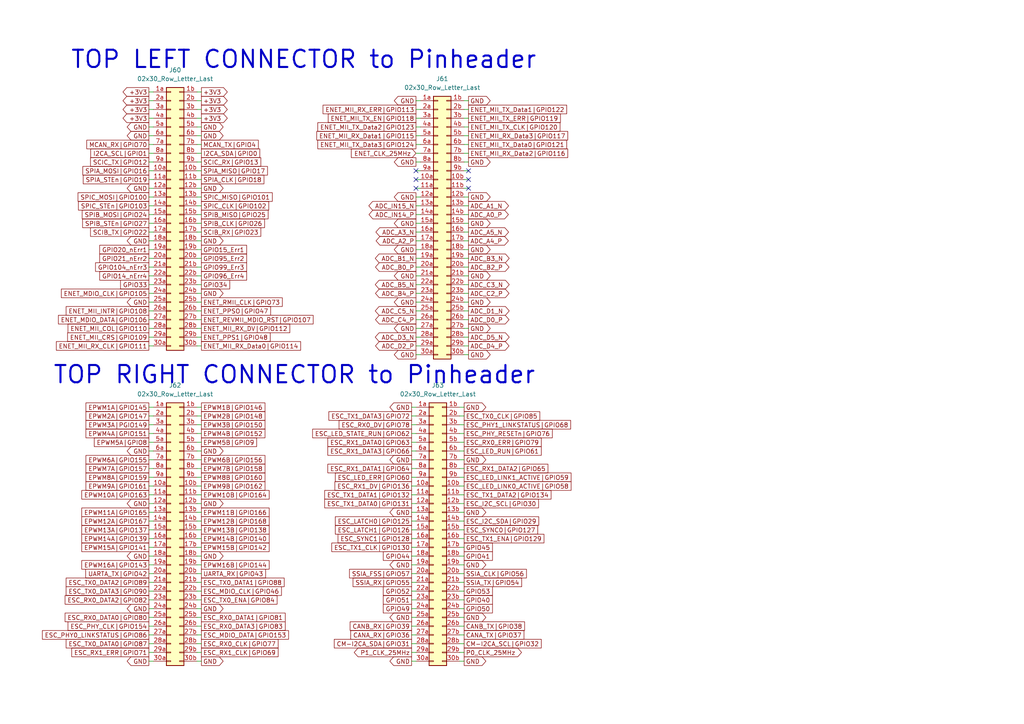
<source format=kicad_sch>
(kicad_sch (version 20231120) (generator "eeschema") (generator_version "8.0")
  (paper "A4")
  (title_block (title "LCB-CBD-01: Dock") (date "2024-06-25") (rev "1.2.0") (company "PADERBORN UNIVERSITY DEPARTMENT OF POWER ELECTRONICS AND ELECTRICAL DRIVES"))
  (lib_symbols
    (symbol "LEA_SymbolLibrary:Conn_02x30_Row_Letter_Last" (pin_names (offset 1.016) hide)
      (property "Reference" "J" (at 1.27 38.1 0))
      (property "Value" "02x30_Row_Letter_Last" (at 1.27 -40.64 0))
      (symbol "Conn_02x30_Row_Letter_Last_1_1"
        (pin passive line (at -5.08 12.7 0) (length 3.81) (name "Pin_10a") (number "10a"))
        (pin passive line (at 7.62 12.7 180) (length 3.81) (name "Pin_10b") (number "10b"))
        (pin passive line (at -5.08 10.16 0) (length 3.81) (name "Pin_11a") (number "11a"))
        (pin passive line (at 7.62 10.16 180) (length 3.81) (name "Pin_11b") (number "11b"))
        (pin passive line (at -5.08 7.62 0) (length 3.81) (name "Pin_12a") (number "12a"))
        (pin passive line (at 7.62 7.62 180) (length 3.81) (name "Pin_12b") (number "12b"))
        (pin passive line (at -5.08 5.08 0) (length 3.81) (name "Pin_13a") (number "13a"))
        (pin passive line (at 7.62 5.08 180) (length 3.81) (name "Pin_13b") (number "13b"))
        (pin passive line (at -5.08 2.54 0) (length 3.81) (name "Pin_14a") (number "14a"))
        (pin passive line (at 7.62 2.54 180) (length 3.81) (name "Pin_14b") (number "14b"))
        (pin passive line (at -5.08 0 0) (length 3.81) (name "Pin_15a") (number "15a"))
        (pin passive line (at 7.62 0 180) (length 3.81) (name "Pin_15b") (number "15b"))
        (pin passive line (at -5.08 -2.54 0) (length 3.81) (name "Pin_16a") (number "16a"))
        (pin passive line (at 7.62 -2.54 180) (length 3.81) (name "Pin_16b") (number "16b"))
        (pin passive line (at -5.08 -5.08 0) (length 3.81) (name "Pin_17a") (number "17a"))
        (pin passive line (at 7.62 -5.08 180) (length 3.81) (name "Pin_17b") (number "17b"))
        (pin passive line (at -5.08 -7.62 0) (length 3.81) (name "Pin_18a") (number "18a"))
        (pin passive line (at 7.62 -7.62 180) (length 3.81) (name "Pin_18b") (number "18b"))
        (pin passive line (at -5.08 -10.16 0) (length 3.81) (name "Pin_19a") (number "19a"))
        (pin passive line (at 7.62 -10.16 180) (length 3.81) (name "Pin_19b") (number "19b"))
        (pin passive line (at -5.08 35.56 0) (length 3.81) (name "Pin_1a") (number "1a"))
        (pin passive line (at 7.62 35.56 180) (length 3.81) (name "Pin_1b") (number "1b"))
        (pin passive line (at -5.08 -12.7 0) (length 3.81) (name "Pin_20a") (number "20a"))
        (pin passive line (at 7.62 -12.7 180) (length 3.81) (name "Pin_20b") (number "20b"))
        (pin passive line (at -5.08 -15.24 0) (length 3.81) (name "Pin_21a") (number "21a"))
        (pin passive line (at 7.62 -15.24 180) (length 3.81) (name "Pin_21b") (number "21b"))
        (pin passive line (at -5.08 -17.78 0) (length 3.81) (name "Pin_22a") (number "22a"))
        (pin passive line (at 7.62 -17.78 180) (length 3.81) (name "Pin_22b") (number "22b"))
        (pin passive line (at -5.08 -20.32 0) (length 3.81) (name "Pin_23a") (number "23a"))
        (pin passive line (at 7.62 -20.32 180) (length 3.81) (name "Pin_23b") (number "23b"))
        (pin passive line (at -5.08 -22.86 0) (length 3.81) (name "Pin_24a") (number "24a"))
        (pin passive line (at 7.62 -22.86 180) (length 3.81) (name "Pin_24b") (number "24b"))
        (pin passive line (at -5.08 -25.4 0) (length 3.81) (name "Pin_25a") (number "25a"))
        (pin passive line (at 7.62 -25.4 180) (length 3.81) (name "Pin_25b") (number "25b"))
        (pin passive line (at -5.08 -27.94 0) (length 3.81) (name "Pin_26a") (number "26a"))
        (pin passive line (at 7.62 -27.94 180) (length 3.81) (name "Pin_26b") (number "26b"))
        (pin passive line (at -5.08 -30.48 0) (length 3.81) (name "Pin_27a") (number "27a"))
        (pin passive line (at 7.62 -30.48 180) (length 3.81) (name "Pin_27b") (number "27b"))
        (pin passive line (at -5.08 -33.02 0) (length 3.81) (name "Pin_28a") (number "28a"))
        (pin passive line (at 7.62 -33.02 180) (length 3.81) (name "Pin_28b") (number "28b"))
        (pin passive line (at -5.08 -35.56 0) (length 3.81) (name "Pin_29a") (number "29a"))
        (pin passive line (at 7.62 -35.56 180) (length 3.81) (name "Pin_29b") (number "29b"))
        (pin passive line (at -5.08 33.02 0) (length 3.81) (name "Pin_2a") (number "2a"))
        (pin passive line (at 7.62 33.02 180) (length 3.81) (name "Pin_2b") (number "2b"))
        (pin passive line (at -5.08 -38.1 0) (length 3.81) (name "Pin_30a") (number "30a"))
        (pin passive line (at 7.62 -38.1 180) (length 3.81) (name "Pin_30b") (number "30b"))
        (pin passive line (at -5.08 30.48 0) (length 3.81) (name "Pin_3a") (number "3a"))
        (pin passive line (at 7.62 30.48 180) (length 3.81) (name "Pin_3b") (number "3b"))
        (pin passive line (at -5.08 27.94 0) (length 3.81) (name "Pin_4a") (number "4a"))
        (pin passive line (at 7.62 27.94 180) (length 3.81) (name "Pin_4b") (number "4b"))
        (pin passive line (at -5.08 25.4 0) (length 3.81) (name "Pin_5a") (number "5a"))
        (pin passive line (at 7.62 25.4 180) (length 3.81) (name "Pin_5b") (number "5b"))
        (pin passive line (at -5.08 22.86 0) (length 3.81) (name "Pin_6a") (number "6a"))
        (pin passive line (at 7.62 22.86 180) (length 3.81) (name "Pin_6b") (number "6b"))
        (pin passive line (at -5.08 20.32 0) (length 3.81) (name "Pin_7a") (number "7a"))
        (pin passive line (at 7.62 20.32 180) (length 3.81) (name "Pin_7b") (number "7b"))
        (pin passive line (at -5.08 17.78 0) (length 3.81) (name "Pin_8a") (number "8a"))
        (pin passive line (at 7.62 17.78 180) (length 3.81) (name "Pin_8b") (number "8b"))
        (pin passive line (at -5.08 15.24 0) (length 3.81) (name "Pin_9a") (number "9a"))
        (pin passive line (at 7.62 15.24 180) (length 3.81) (name "Pin_9b") (number "9b"))
      )
    )
  )
  (no_connect (at 135.89 54.61))
  (no_connect (at 120.65 54.61))
  (no_connect (at 120.65 49.53))
  (no_connect (at 135.89 52.07))
  (no_connect (at 135.89 49.53))
  (no_connect (at 120.65 52.07))
  (wire (pts (xy 133.35 191.77) (xy 134.62 191.77)))
  (wire (pts (xy 134.62 31.75) (xy 135.89 31.75)))
  (wire (pts (xy 43.18 49.53) (xy 44.45 49.53)))
  (wire (pts (xy 119.38 153.67) (xy 120.65 153.67)))
  (wire (pts (xy 120.65 100.33) (xy 121.92 100.33)))
  (wire (pts (xy 43.18 166.37) (xy 44.45 166.37)))
  (wire (pts (xy 57.15 49.53) (xy 58.42 49.53)))
  (wire (pts (xy 134.62 54.61) (xy 135.89 54.61)))
  (wire (pts (xy 134.62 90.17) (xy 135.89 90.17)))
  (wire (pts (xy 57.15 151.13) (xy 58.42 151.13)))
  (wire (pts (xy 57.15 85.09) (xy 58.42 85.09)))
  (wire (pts (xy 119.38 179.07) (xy 120.65 179.07)))
  (wire (pts (xy 57.15 92.71) (xy 58.42 92.71)))
  (wire (pts (xy 43.18 184.15) (xy 44.45 184.15)))
  (wire (pts (xy 57.15 186.69) (xy 58.42 186.69)))
  (wire (pts (xy 119.38 176.53) (xy 120.65 176.53)))
  (wire (pts (xy 57.15 36.83) (xy 58.42 36.83)))
  (wire (pts (xy 120.65 46.99) (xy 121.92 46.99)))
  (wire (pts (xy 133.35 123.19) (xy 134.62 123.19)))
  (wire (pts (xy 57.15 29.21) (xy 58.42 29.21)))
  (wire (pts (xy 120.65 87.63) (xy 121.92 87.63)))
  (wire (pts (xy 43.18 59.69) (xy 44.45 59.69)))
  (wire (pts (xy 134.62 97.79) (xy 135.89 97.79)))
  (wire (pts (xy 120.65 44.45) (xy 121.92 44.45)))
  (wire (pts (xy 43.18 146.05) (xy 44.45 146.05)))
  (wire (pts (xy 119.38 135.89) (xy 120.65 135.89)))
  (wire (pts (xy 134.62 46.99) (xy 135.89 46.99)))
  (wire (pts (xy 134.62 92.71) (xy 135.89 92.71)))
  (wire (pts (xy 58.42 87.63) (xy 57.15 87.63)))
  (wire (pts (xy 120.65 36.83) (xy 121.92 36.83)))
  (wire (pts (xy 134.62 62.23) (xy 135.89 62.23)))
  (wire (pts (xy 43.18 186.69) (xy 44.45 186.69)))
  (wire (pts (xy 57.15 143.51) (xy 58.42 143.51)))
  (wire (pts (xy 43.18 168.91) (xy 44.45 168.91)))
  (wire (pts (xy 43.18 41.91) (xy 44.45 41.91)))
  (wire (pts (xy 57.15 191.77) (xy 58.42 191.77)))
  (wire (pts (xy 57.15 54.61) (xy 58.42 54.61)))
  (wire (pts (xy 57.15 26.67) (xy 58.42 26.67)))
  (wire (pts (xy 57.15 120.65) (xy 58.42 120.65)))
  (wire (pts (xy 133.35 125.73) (xy 134.62 125.73)))
  (wire (pts (xy 134.62 57.15) (xy 135.89 57.15)))
  (wire (pts (xy 57.15 59.69) (xy 58.42 59.69)))
  (wire (pts (xy 43.18 151.13) (xy 44.45 151.13)))
  (wire (pts (xy 43.18 72.39) (xy 44.45 72.39)))
  (wire (pts (xy 119.38 140.97) (xy 120.65 140.97)))
  (wire (pts (xy 134.62 49.53) (xy 135.89 49.53)))
  (wire (pts (xy 133.35 189.23) (xy 134.62 189.23)))
  (wire (pts (xy 133.35 168.91) (xy 134.62 168.91)))
  (wire (pts (xy 57.15 52.07) (xy 58.42 52.07)))
  (wire (pts (xy 133.35 120.65) (xy 134.62 120.65)))
  (wire (pts (xy 57.15 90.17) (xy 58.42 90.17)))
  (wire (pts (xy 57.15 67.31) (xy 58.42 67.31)))
  (wire (pts (xy 121.92 52.07) (xy 120.65 52.07)))
  (wire (pts (xy 119.38 130.81) (xy 120.65 130.81)))
  (wire (pts (xy 57.15 163.83) (xy 58.42 163.83)))
  (wire (pts (xy 133.35 148.59) (xy 134.62 148.59)))
  (wire (pts (xy 133.35 156.21) (xy 134.62 156.21)))
  (wire (pts (xy 57.15 46.99) (xy 58.42 46.99)))
  (wire (pts (xy 43.18 153.67) (xy 44.45 153.67)))
  (wire (pts (xy 119.38 151.13) (xy 120.65 151.13)))
  (wire (pts (xy 134.62 52.07) (xy 135.89 52.07)))
  (wire (pts (xy 43.18 118.11) (xy 44.45 118.11)))
  (wire (pts (xy 43.18 90.17) (xy 44.45 90.17)))
  (wire (pts (xy 119.38 146.05) (xy 120.65 146.05)))
  (wire (pts (xy 120.65 34.29) (xy 121.92 34.29)))
  (wire (pts (xy 43.18 67.31) (xy 44.45 67.31)))
  (wire (pts (xy 43.18 161.29) (xy 44.45 161.29)))
  (wire (pts (xy 134.62 67.31) (xy 135.89 67.31)))
  (wire (pts (xy 120.65 64.77) (xy 121.92 64.77)))
  (wire (pts (xy 119.38 163.83) (xy 120.65 163.83)))
  (wire (pts (xy 43.18 179.07) (xy 44.45 179.07)))
  (wire (pts (xy 120.65 85.09) (xy 121.92 85.09)))
  (wire (pts (xy 133.35 171.45) (xy 134.62 171.45)))
  (wire (pts (xy 43.18 125.73) (xy 44.45 125.73)))
  (wire (pts (xy 43.18 97.79) (xy 44.45 97.79)))
  (wire (pts (xy 43.18 82.55) (xy 44.45 82.55)))
  (wire (pts (xy 133.35 184.15) (xy 134.62 184.15)))
  (wire (pts (xy 133.35 179.07) (xy 134.62 179.07)))
  (wire (pts (xy 119.38 184.15) (xy 120.65 184.15)))
  (wire (pts (xy 43.18 57.15) (xy 44.45 57.15)))
  (wire (pts (xy 43.18 46.99) (xy 44.45 46.99)))
  (wire (pts (xy 57.15 100.33) (xy 58.42 100.33)))
  (wire (pts (xy 133.35 140.97) (xy 134.62 140.97)))
  (wire (pts (xy 134.62 64.77) (xy 135.89 64.77)))
  (wire (pts (xy 120.65 54.61) (xy 121.92 54.61)))
  (wire (pts (xy 57.15 125.73) (xy 58.42 125.73)))
  (wire (pts (xy 57.15 133.35) (xy 58.42 133.35)))
  (wire (pts (xy 43.18 163.83) (xy 44.45 163.83)))
  (wire (pts (xy 119.38 161.29) (xy 120.65 161.29)))
  (wire (pts (xy 119.38 166.37) (xy 120.65 166.37)))
  (wire (pts (xy 133.35 158.75) (xy 134.62 158.75)))
  (wire (pts (xy 120.65 39.37) (xy 121.92 39.37)))
  (wire (pts (xy 43.18 44.45) (xy 44.45 44.45)))
  (wire (pts (xy 43.18 171.45) (xy 44.45 171.45)))
  (wire (pts (xy 43.18 156.21) (xy 44.45 156.21)))
  (wire (pts (xy 120.65 67.31) (xy 121.92 67.31)))
  (wire (pts (xy 133.35 135.89) (xy 134.62 135.89)))
  (wire (pts (xy 119.38 171.45) (xy 120.65 171.45)))
  (wire (pts (xy 57.15 140.97) (xy 58.42 140.97)))
  (wire (pts (xy 133.35 186.69) (xy 134.62 186.69)))
  (wire (pts (xy 57.15 69.85) (xy 58.42 69.85)))
  (wire (pts (xy 133.35 153.67) (xy 134.62 153.67)))
  (wire (pts (xy 57.15 39.37) (xy 58.42 39.37)))
  (wire (pts (xy 120.65 59.69) (xy 121.92 59.69)))
  (wire (pts (xy 119.38 118.11) (xy 120.65 118.11)))
  (wire (pts (xy 133.35 173.99) (xy 134.62 173.99)))
  (wire (pts (xy 133.35 146.05) (xy 134.62 146.05)))
  (wire (pts (xy 43.18 74.93) (xy 44.45 74.93)))
  (wire (pts (xy 43.18 39.37) (xy 44.45 39.37)))
  (wire (pts (xy 119.38 148.59) (xy 120.65 148.59)))
  (wire (pts (xy 134.62 39.37) (xy 135.89 39.37)))
  (wire (pts (xy 57.15 44.45) (xy 58.42 44.45)))
  (wire (pts (xy 43.18 143.51) (xy 44.45 143.51)))
  (wire (pts (xy 134.62 87.63) (xy 135.89 87.63)))
  (wire (pts (xy 57.15 181.61) (xy 58.42 181.61)))
  (wire (pts (xy 57.15 64.77) (xy 58.42 64.77)))
  (wire (pts (xy 57.15 171.45) (xy 58.42 171.45)))
  (wire (pts (xy 43.18 26.67) (xy 44.45 26.67)))
  (wire (pts (xy 57.15 153.67) (xy 58.42 153.67)))
  (wire (pts (xy 43.18 189.23) (xy 44.45 189.23)))
  (wire (pts (xy 133.35 161.29) (xy 134.62 161.29)))
  (wire (pts (xy 57.15 77.47) (xy 58.42 77.47)))
  (wire (pts (xy 57.15 128.27) (xy 58.42 128.27)))
  (wire (pts (xy 119.38 120.65) (xy 120.65 120.65)))
  (wire (pts (xy 57.15 80.01) (xy 58.42 80.01)))
  (wire (pts (xy 43.18 158.75) (xy 44.45 158.75)))
  (wire (pts (xy 134.62 34.29) (xy 135.89 34.29)))
  (wire (pts (xy 119.38 181.61) (xy 120.65 181.61)))
  (wire (pts (xy 119.38 191.77) (xy 120.65 191.77)))
  (wire (pts (xy 120.65 69.85) (xy 121.92 69.85)))
  (wire (pts (xy 120.65 62.23) (xy 121.92 62.23)))
  (wire (pts (xy 43.18 31.75) (xy 44.45 31.75)))
  (wire (pts (xy 133.35 118.11) (xy 134.62 118.11)))
  (wire (pts (xy 133.35 176.53) (xy 134.62 176.53)))
  (wire (pts (xy 119.38 143.51) (xy 120.65 143.51)))
  (wire (pts (xy 43.18 176.53) (xy 44.45 176.53)))
  (wire (pts (xy 119.38 158.75) (xy 120.65 158.75)))
  (wire (pts (xy 57.15 74.93) (xy 58.42 74.93)))
  (wire (pts (xy 43.18 135.89) (xy 44.45 135.89)))
  (wire (pts (xy 57.15 168.91) (xy 58.42 168.91)))
  (wire (pts (xy 43.18 95.25) (xy 44.45 95.25)))
  (wire (pts (xy 119.38 125.73) (xy 120.65 125.73)))
  (wire (pts (xy 120.65 49.53) (xy 121.92 49.53)))
  (wire (pts (xy 57.15 135.89) (xy 58.42 135.89)))
  (wire (pts (xy 134.62 85.09) (xy 135.89 85.09)))
  (wire (pts (xy 57.15 95.25) (xy 58.42 95.25)))
  (wire (pts (xy 119.38 168.91) (xy 120.65 168.91)))
  (wire (pts (xy 133.35 181.61) (xy 134.62 181.61)))
  (wire (pts (xy 133.35 163.83) (xy 134.62 163.83)))
  (wire (pts (xy 57.15 146.05) (xy 58.42 146.05)))
  (wire (pts (xy 57.15 82.55) (xy 58.42 82.55)))
  (wire (pts (xy 57.15 158.75) (xy 58.42 158.75)))
  (wire (pts (xy 57.15 161.29) (xy 58.42 161.29)))
  (wire (pts (xy 57.15 173.99) (xy 58.42 173.99)))
  (wire (pts (xy 43.18 52.07) (xy 44.45 52.07)))
  (wire (pts (xy 43.18 85.09) (xy 44.45 85.09)))
  (wire (pts (xy 43.18 191.77) (xy 44.45 191.77)))
  (wire (pts (xy 134.62 82.55) (xy 135.89 82.55)))
  (wire (pts (xy 119.38 128.27) (xy 120.65 128.27)))
  (wire (pts (xy 120.65 90.17) (xy 121.92 90.17)))
  (wire (pts (xy 133.35 143.51) (xy 134.62 143.51)))
  (wire (pts (xy 57.15 156.21) (xy 58.42 156.21)))
  (wire (pts (xy 57.15 184.15) (xy 58.42 184.15)))
  (wire (pts (xy 43.18 77.47) (xy 44.45 77.47)))
  (wire (pts (xy 119.38 186.69) (xy 120.65 186.69)))
  (wire (pts (xy 119.38 173.99) (xy 120.65 173.99)))
  (wire (pts (xy 57.15 176.53) (xy 58.42 176.53)))
  (wire (pts (xy 133.35 151.13) (xy 134.62 151.13)))
  (wire (pts (xy 120.65 82.55) (xy 121.92 82.55)))
  (wire (pts (xy 43.18 123.19) (xy 44.45 123.19)))
  (wire (pts (xy 43.18 62.23) (xy 44.45 62.23)))
  (wire (pts (xy 43.18 36.83) (xy 44.45 36.83)))
  (wire (pts (xy 133.35 130.81) (xy 134.62 130.81)))
  (wire (pts (xy 134.62 80.01) (xy 135.89 80.01)))
  (wire (pts (xy 134.62 59.69) (xy 135.89 59.69)))
  (wire (pts (xy 57.15 166.37) (xy 58.42 166.37)))
  (wire (pts (xy 43.18 69.85) (xy 44.45 69.85)))
  (wire (pts (xy 133.35 166.37) (xy 134.62 166.37)))
  (wire (pts (xy 43.18 80.01) (xy 44.45 80.01)))
  (wire (pts (xy 120.65 29.21) (xy 121.92 29.21)))
  (wire (pts (xy 120.65 102.87) (xy 121.92 102.87)))
  (wire (pts (xy 43.18 181.61) (xy 44.45 181.61)))
  (wire (pts (xy 43.18 140.97) (xy 44.45 140.97)))
  (wire (pts (xy 43.18 29.21) (xy 44.45 29.21)))
  (wire (pts (xy 43.18 128.27) (xy 44.45 128.27)))
  (wire (pts (xy 120.65 95.25) (xy 121.92 95.25)))
  (wire (pts (xy 120.65 77.47) (xy 121.92 77.47)))
  (wire (pts (xy 57.15 62.23) (xy 58.42 62.23)))
  (wire (pts (xy 57.15 72.39) (xy 58.42 72.39)))
  (wire (pts (xy 134.62 95.25) (xy 135.89 95.25)))
  (wire (pts (xy 134.62 100.33) (xy 135.89 100.33)))
  (wire (pts (xy 57.15 138.43) (xy 58.42 138.43)))
  (wire (pts (xy 57.15 34.29) (xy 58.42 34.29)))
  (wire (pts (xy 119.38 138.43) (xy 120.65 138.43)))
  (wire (pts (xy 120.65 74.93) (xy 121.92 74.93)))
  (wire (pts (xy 57.15 57.15) (xy 58.42 57.15)))
  (wire (pts (xy 119.38 156.21) (xy 120.65 156.21)))
  (wire (pts (xy 43.18 87.63) (xy 44.45 87.63)))
  (wire (pts (xy 43.18 54.61) (xy 44.45 54.61)))
  (wire (pts (xy 57.15 148.59) (xy 58.42 148.59)))
  (wire (pts (xy 134.62 44.45) (xy 135.89 44.45)))
  (wire (pts (xy 57.15 179.07) (xy 58.42 179.07)))
  (wire (pts (xy 134.62 102.87) (xy 135.89 102.87)))
  (wire (pts (xy 57.15 123.19) (xy 58.42 123.19)))
  (wire (pts (xy 134.62 69.85) (xy 135.89 69.85)))
  (wire (pts (xy 43.18 148.59) (xy 44.45 148.59)))
  (wire (pts (xy 57.15 189.23) (xy 58.42 189.23)))
  (wire (pts (xy 120.65 92.71) (xy 121.92 92.71)))
  (wire (pts (xy 120.65 80.01) (xy 121.92 80.01)))
  (wire (pts (xy 120.65 57.15) (xy 121.92 57.15)))
  (wire (pts (xy 43.18 133.35) (xy 44.45 133.35)))
  (wire (pts (xy 43.18 100.33) (xy 44.45 100.33)))
  (wire (pts (xy 119.38 123.19) (xy 120.65 123.19)))
  (wire (pts (xy 57.15 41.91) (xy 58.42 41.91)))
  (wire (pts (xy 43.18 130.81) (xy 44.45 130.81)))
  (wire (pts (xy 120.65 72.39) (xy 121.92 72.39)))
  (wire (pts (xy 120.65 31.75) (xy 121.92 31.75)))
  (wire (pts (xy 134.62 74.93) (xy 135.89 74.93)))
  (wire (pts (xy 133.35 128.27) (xy 134.62 128.27)))
  (wire (pts (xy 43.18 138.43) (xy 44.45 138.43)))
  (wire (pts (xy 133.35 138.43) (xy 134.62 138.43)))
  (wire (pts (xy 43.18 173.99) (xy 44.45 173.99)))
  (wire (pts (xy 57.15 31.75) (xy 58.42 31.75)))
  (wire (pts (xy 57.15 118.11) (xy 58.42 118.11)))
  (wire (pts (xy 134.62 36.83) (xy 135.89 36.83)))
  (wire (pts (xy 43.18 34.29) (xy 44.45 34.29)))
  (wire (pts (xy 57.15 130.81) (xy 58.42 130.81)))
  (wire (pts (xy 43.18 120.65) (xy 44.45 120.65)))
  (wire (pts (xy 119.38 133.35) (xy 120.65 133.35)))
  (wire (pts (xy 120.65 97.79) (xy 121.92 97.79)))
  (wire (pts (xy 134.62 29.21) (xy 135.89 29.21)))
  (wire (pts (xy 134.62 41.91) (xy 135.89 41.91)))
  (wire (pts (xy 120.65 41.91) (xy 121.92 41.91)))
  (wire (pts (xy 134.62 77.47) (xy 135.89 77.47)))
  (wire (pts (xy 43.18 92.71) (xy 44.45 92.71)))
  (wire (pts (xy 133.35 133.35) (xy 134.62 133.35)))
  (wire (pts (xy 57.15 97.79) (xy 58.42 97.79)))
  (wire (pts (xy 43.18 64.77) (xy 44.45 64.77)))
  (wire (pts (xy 119.38 189.23) (xy 120.65 189.23)))
  (wire (pts (xy 134.62 72.39) (xy 135.89 72.39)))
  (text "TOP LEFT CONNECTOR to Pinheader" (at 20.32 20.32 0) (effects (font (size 5 5) (thickness 0.6) (bold yes)) (justify left bottom)))
  (text "TOP RIGHT CONNECTOR to Pinheader" (at 15.24 111.76 0) (effects (font (size 5 5) (thickness 0.6) (bold yes)) (justify left bottom)))
  (global_label "ESC_RX0_ERR|GPIO79" (shape passive) (at 134.62 128.27 0) (property "Intersheetrefs" "${INTERSHEET_REFS}" (effects (hide yes))))
  (global_label "SPIA_CLK|GPIO18" (shape passive) (at 58.42 52.07 0) (property "Intersheetrefs" "${INTERSHEET_REFS}" (effects (hide yes))))
  (global_label "GND" (shape output) (at 119.38 118.11 180) (property "Intersheetrefs" "${INTERSHEET_REFS}" (effects (hide yes))))
  (global_label "ESC_TX0_DATA3|GPIO90" (shape passive) (at 43.18 171.45 180) (property "Intersheetrefs" "${INTERSHEET_REFS}" (effects (hide yes))))
  (global_label "GND" (shape output) (at 58.42 36.83 0) (property "Intersheetrefs" "${INTERSHEET_REFS}" (effects (hide yes))))
  (global_label "I2CA_SCL|GPIO1" (shape passive) (at 43.18 44.45 180) (property "Intersheetrefs" "${INTERSHEET_REFS}" (effects (hide yes))))
  (global_label "EPWM11B|GPIO166" (shape passive) (at 58.42 148.59 0) (property "Intersheetrefs" "${INTERSHEET_REFS}" (effects (hide yes))))
  (global_label "GPIO21_nErr2" (shape passive) (at 43.18 74.93 180) (property "Intersheetrefs" "${INTERSHEET_REFS}" (effects (hide yes))))
  (global_label "GND" (shape output) (at 135.89 46.99 0) (property "Intersheetrefs" "${INTERSHEET_REFS}" (effects (hide yes))))
  (global_label "ENET_MII_TX_EN|GPIO118" (shape passive) (at 120.65 34.29 180) (property "Intersheetrefs" "${INTERSHEET_REFS}" (effects (hide yes))))
  (global_label "P1_CLK_25MHz" (shape output) (at 119.38 189.23 180) (property "Intersheetrefs" "${INTERSHEET_REFS}" (effects (hide yes))))
  (global_label "CANB_TX|GPIO38" (shape passive) (at 134.62 181.61 0) (property "Intersheetrefs" "${INTERSHEET_REFS}" (effects (hide yes))))
  (global_label "GND" (shape output) (at 58.42 69.85 0) (property "Intersheetrefs" "${INTERSHEET_REFS}" (effects (hide yes))))
  (global_label "ESC_RX0_DATA1|GPIO81" (shape passive) (at 58.42 179.07 0) (property "Intersheetrefs" "${INTERSHEET_REFS}" (effects (hide yes))))
  (global_label "GND" (shape output) (at 135.89 64.77 0) (property "Intersheetrefs" "${INTERSHEET_REFS}" (effects (hide yes))))
  (global_label "MCAN_TX|GPIO4" (shape passive) (at 58.42 41.91 0) (property "Intersheetrefs" "${INTERSHEET_REFS}" (effects (hide yes))))
  (global_label "ENET_MII_COL|GPIO110" (shape passive) (at 43.18 95.25 180) (property "Intersheetrefs" "${INTERSHEET_REFS}" (effects (hide yes))))
  (global_label "GND" (shape output) (at 119.38 163.83 180) (property "Intersheetrefs" "${INTERSHEET_REFS}" (effects (hide yes))))
  (global_label "SPIC_MOSI|GPIO100" (shape passive) (at 43.18 57.15 180) (property "Intersheetrefs" "${INTERSHEET_REFS}" (effects (hide yes))))
  (global_label "GND" (shape output) (at 58.42 191.77 0) (property "Intersheetrefs" "${INTERSHEET_REFS}" (effects (hide yes))))
  (global_label "ADC_A1_N" (shape output) (at 135.89 59.69 0) (property "Intersheetrefs" "${INTERSHEET_REFS}" (effects (hide yes))))
  (global_label "ESC_RX1_DATA3|GPIO66" (shape passive) (at 119.38 130.81 180) (property "Intersheetrefs" "${INTERSHEET_REFS}" (effects (hide yes))))
  (global_label "GPIO41" (shape passive) (at 134.62 161.29 0) (property "Intersheetrefs" "${INTERSHEET_REFS}" (effects (hide yes))))
  (global_label "EPWM9B|GPIO162" (shape passive) (at 58.42 140.97 0) (property "Intersheetrefs" "${INTERSHEET_REFS}" (effects (hide yes))))
  (global_label "ADC_IN14_P" (shape output) (at 120.65 62.23 180) (property "Intersheetrefs" "${INTERSHEET_REFS}" (effects (hide yes))))
  (global_label "ADC_D3_N" (shape output) (at 120.65 97.79 180) (property "Intersheetrefs" "${INTERSHEET_REFS}" (effects (hide yes))))
  (global_label "CM-I2CA_SCL|GPIO32" (shape passive) (at 134.62 186.69 0) (property "Intersheetrefs" "${INTERSHEET_REFS}" (effects (hide yes))))
  (global_label "ADC_A3_N" (shape output) (at 120.65 67.31 180) (property "Intersheetrefs" "${INTERSHEET_REFS}" (effects (hide yes))))
  (global_label "ESC_RX1_DATA0|GPIO63" (shape passive) (at 119.38 128.27 180) (property "Intersheetrefs" "${INTERSHEET_REFS}" (effects (hide yes))))
  (global_label "ADC_B1_N" (shape output) (at 120.65 74.93 180) (property "Intersheetrefs" "${INTERSHEET_REFS}" (effects (hide yes))))
  (global_label "GND" (shape output) (at 120.65 57.15 180) (property "Intersheetrefs" "${INTERSHEET_REFS}" (effects (hide yes))))
  (global_label "GND" (shape output) (at 58.42 130.81 0) (property "Intersheetrefs" "${INTERSHEET_REFS}" (effects (hide yes))))
  (global_label "ADC_IN15_N" (shape output) (at 120.65 59.69 180) (property "Intersheetrefs" "${INTERSHEET_REFS}" (effects (hide yes))))
  (global_label "ESC_PHY1_LINKSTATUS|GPIO68" (shape passive) (at 134.62 123.19 0) (property "Intersheetrefs" "${INTERSHEET_REFS}" (effects (hide yes))))
  (global_label "EPWM15A|GPIO141" (shape passive) (at 43.18 158.75 180) (property "Intersheetrefs" "${INTERSHEET_REFS}" (effects (hide yes))))
  (global_label "GPIO104_nErr3" (shape passive) (at 43.18 77.47 180) (property "Intersheetrefs" "${INTERSHEET_REFS}" (effects (hide yes))))
  (global_label "ENET_MII_TX_Data3|GPIO124" (shape passive) (at 120.65 41.91 180) (property "Intersheetrefs" "${INTERSHEET_REFS}" (effects (hide yes))))
  (global_label "GND" (shape output) (at 58.42 146.05 0) (property "Intersheetrefs" "${INTERSHEET_REFS}" (effects (hide yes))))
  (global_label "ENET_MDIO_DATA|GPIO106" (shape passive) (at 43.18 92.71 180) (property "Intersheetrefs" "${INTERSHEET_REFS}" (effects (hide yes))))
  (global_label "GND" (shape output) (at 58.42 39.37 0) (property "Intersheetrefs" "${INTERSHEET_REFS}" (effects (hide yes))))
  (global_label "EPWM2A|GPIO147" (shape passive) (at 43.18 120.65 180) (property "Intersheetrefs" "${INTERSHEET_REFS}" (effects (hide yes))))
  (global_label "ESC_LED_STATE_RUN|GPIO62" (shape passive) (at 119.38 125.73 180) (property "Intersheetrefs" "${INTERSHEET_REFS}" (effects (hide yes))))
  (global_label "ESC_SYNC0|GPIO127" (shape passive) (at 134.62 153.67 0) (property "Intersheetrefs" "${INTERSHEET_REFS}" (effects (hide yes))))
  (global_label "GPIO45" (shape passive) (at 134.62 158.75 0) (property "Intersheetrefs" "${INTERSHEET_REFS}" (effects (hide yes))))
  (global_label "SPIA_STEn|GPIO19" (shape passive) (at 43.18 52.07 180) (property "Intersheetrefs" "${INTERSHEET_REFS}" (effects (hide yes))))
  (global_label "SPIB_STEn|GPIO27" (shape passive) (at 43.18 64.77 180) (property "Intersheetrefs" "${INTERSHEET_REFS}" (effects (hide yes))))
  (global_label "GPIO95_Err2" (shape passive) (at 58.42 74.93 0) (property "Intersheetrefs" "${INTERSHEET_REFS}" (effects (hide yes))))
  (global_label "CANA_RX|GPIO36" (shape passive) (at 119.38 184.15 180) (property "Intersheetrefs" "${INTERSHEET_REFS}" (effects (hide yes))))
  (global_label "ENET_MII_TX_Data1|GPIO122" (shape passive) (at 135.89 31.75 0) (property "Intersheetrefs" "${INTERSHEET_REFS}" (effects (hide yes))))
  (global_label "GND" (shape output) (at 135.89 29.21 0) (property "Intersheetrefs" "${INTERSHEET_REFS}" (effects (hide yes))))
  (global_label "SPIA_MOSI|GPIO16" (shape passive) (at 43.18 49.53 180) (property "Intersheetrefs" "${INTERSHEET_REFS}" (effects (hide yes))))
  (global_label "CM-I2CA_SDA|GPIO31" (shape passive) (at 119.38 186.69 180) (property "Intersheetrefs" "${INTERSHEET_REFS}" (effects (hide yes))))
  (global_label "ADC_A0_P" (shape output) (at 135.89 62.23 0) (property "Intersheetrefs" "${INTERSHEET_REFS}" (effects (hide yes))))
  (global_label "SPIA_MISO|GPIO17" (shape passive) (at 58.42 49.53 0) (property "Intersheetrefs" "${INTERSHEET_REFS}" (effects (hide yes))))
  (global_label "ESC_PHY0_LINKSTATUS|GPIO86" (shape passive) (at 43.18 184.15 180) (property "Intersheetrefs" "${INTERSHEET_REFS}" (effects (hide yes))))
  (global_label "ESC_RX0_CLK|GPIO77" (shape passive) (at 58.42 186.69 0) (property "Intersheetrefs" "${INTERSHEET_REFS}" (effects (hide yes))))
  (global_label "ENET_MII_TX_Data2|GPIO123" (shape passive) (at 120.65 36.83 180) (property "Intersheetrefs" "${INTERSHEET_REFS}" (effects (hide yes))))
  (global_label "ESC_RX0_DATA2|GPIO82" (shape passive) (at 43.18 173.99 180) (property "Intersheetrefs" "${INTERSHEET_REFS}" (effects (hide yes))))
  (global_label "ESC_TX1_DATA0|GPIO131" (shape passive) (at 119.38 146.05 180) (property "Intersheetrefs" "${INTERSHEET_REFS}" (effects (hide yes))))
  (global_label "EPWM12B|GPIO168" (shape passive) (at 58.42 151.13 0) (property "Intersheetrefs" "${INTERSHEET_REFS}" (effects (hide yes))))
  (global_label "+3V3" (shape output) (at 43.18 34.29 180) (property "Intersheetrefs" "${INTERSHEET_REFS}" (effects (hide yes))))
  (global_label "GND" (shape output) (at 43.18 87.63 180) (property "Intersheetrefs" "${INTERSHEET_REFS}" (effects (hide yes))))
  (global_label "EPWM3A|PGIO149" (shape passive) (at 43.18 123.19 180) (property "Intersheetrefs" "${INTERSHEET_REFS}" (effects (hide yes))))
  (global_label "UARTA_TX|GPIO42" (shape passive) (at 43.18 166.37 180) (property "Intersheetrefs" "${INTERSHEET_REFS}" (effects (hide yes))))
  (global_label "EPWM16B|GPIO144" (shape passive) (at 58.42 163.83 0) (property "Intersheetrefs" "${INTERSHEET_REFS}" (effects (hide yes))))
  (global_label "EPWM14A|GPIO139" (shape passive) (at 43.18 156.21 180) (property "Intersheetrefs" "${INTERSHEET_REFS}" (effects (hide yes))))
  (global_label "ENET_RMII_CLK|GPIO73" (shape passive) (at 58.42 87.63 0) (property "Intersheetrefs" "${INTERSHEET_REFS}" (effects (hide yes))))
  (global_label "GND" (shape output) (at 134.62 133.35 0) (property "Intersheetrefs" "${INTERSHEET_REFS}" (effects (hide yes))))
  (global_label "EPWM13A|GPIO137" (shape passive) (at 43.18 153.67 180) (property "Intersheetrefs" "${INTERSHEET_REFS}" (effects (hide yes))))
  (global_label "+3V3" (shape output) (at 43.18 31.75 180) (property "Intersheetrefs" "${INTERSHEET_REFS}" (effects (hide yes))))
  (global_label "+3V3" (shape output) (at 58.42 31.75 0) (property "Intersheetrefs" "${INTERSHEET_REFS}" (effects (hide yes))))
  (global_label "GND" (shape output) (at 135.89 72.39 0) (property "Intersheetrefs" "${INTERSHEET_REFS}" (effects (hide yes))))
  (global_label "ESC_TX0_DATA1|GPIO88" (shape passive) (at 58.42 168.91 0) (property "Intersheetrefs" "${INTERSHEET_REFS}" (effects (hide yes))))
  (global_label "GND" (shape output) (at 135.89 80.01 0) (property "Intersheetrefs" "${INTERSHEET_REFS}" (effects (hide yes))))
  (global_label "+3V3" (shape output) (at 58.42 34.29 0) (property "Intersheetrefs" "${INTERSHEET_REFS}" (effects (hide yes))))
  (global_label "ESC_LATCH0|GPIO125" (shape passive) (at 119.38 151.13 180) (property "Intersheetrefs" "${INTERSHEET_REFS}" (effects (hide yes))))
  (global_label "ADC_D5_N" (shape output) (at 135.89 97.79 0) (property "Intersheetrefs" "${INTERSHEET_REFS}" (effects (hide yes))))
  (global_label "GND" (shape output) (at 120.65 72.39 180) (property "Intersheetrefs" "${INTERSHEET_REFS}" (effects (hide yes))))
  (global_label "EPWM5A|GPIO8" (shape passive) (at 43.18 128.27 180) (property "Intersheetrefs" "${INTERSHEET_REFS}" (effects (hide yes))))
  (global_label "EPWM8A|GPIO159" (shape passive) (at 43.18 138.43 180) (property "Intersheetrefs" "${INTERSHEET_REFS}" (effects (hide yes))))
  (global_label "ESC_LED_RUN|GPIO61" (shape passive) (at 134.62 130.81 0) (property "Intersheetrefs" "${INTERSHEET_REFS}" (effects (hide yes))))
  (global_label "SPIC_MISO|GPIO101" (shape passive) (at 58.42 57.15 0) (property "Intersheetrefs" "${INTERSHEET_REFS}" (effects (hide yes))))
  (global_label "ESC_RX0_DATA0|GPIO80" (shape passive) (at 43.18 179.07 180) (property "Intersheetrefs" "${INTERSHEET_REFS}" (effects (hide yes))))
  (global_label "GND" (shape output) (at 119.38 133.35 180) (property "Intersheetrefs" "${INTERSHEET_REFS}" (effects (hide yes))))
  (global_label "GND" (shape output) (at 43.18 176.53 180) (property "Intersheetrefs" "${INTERSHEET_REFS}" (effects (hide yes))))
  (global_label "+3V3" (shape output) (at 58.42 26.67 0) (property "Intersheetrefs" "${INTERSHEET_REFS}" (effects (hide yes))))
  (global_label "GPIO96_Err4" (shape passive) (at 58.42 80.01 0) (property "Intersheetrefs" "${INTERSHEET_REFS}" (effects (hide yes))))
  (global_label "GND" (shape output) (at 135.89 95.25 0) (property "Intersheetrefs" "${INTERSHEET_REFS}" (effects (hide yes))))
  (global_label "+3V3" (shape output) (at 58.42 29.21 0) (property "Intersheetrefs" "${INTERSHEET_REFS}" (effects (hide yes))))
  (global_label "ADC_B3_N" (shape output) (at 135.89 74.93 0) (property "Intersheetrefs" "${INTERSHEET_REFS}" (effects (hide yes))))
  (global_label "GPIO44" (shape passive) (at 119.38 161.29 180) (property "Intersheetrefs" "${INTERSHEET_REFS}" (effects (hide yes))))
  (global_label "ADC_C4_P" (shape output) (at 120.65 92.71 180) (property "Intersheetrefs" "${INTERSHEET_REFS}" (effects (hide yes))))
  (global_label "ADC_B4_P" (shape output) (at 120.65 85.09 180) (property "Intersheetrefs" "${INTERSHEET_REFS}" (effects (hide yes))))
  (global_label "GND" (shape output) (at 135.89 87.63 0) (property "Intersheetrefs" "${INTERSHEET_REFS}" (effects (hide yes))))
  (global_label "ADC_A4_P" (shape output) (at 135.89 69.85 0) (property "Intersheetrefs" "${INTERSHEET_REFS}" (effects (hide yes))))
  (global_label "SSIA_FSS|GPIO57" (shape passive) (at 119.38 166.37 180) (property "Intersheetrefs" "${INTERSHEET_REFS}" (effects (hide yes))))
  (global_label "ESC_LED_LINK1_ACTIVE|GPIO59" (shape passive) (at 134.62 138.43 0) (property "Intersheetrefs" "${INTERSHEET_REFS}" (effects (hide yes))))
  (global_label "EPWM1B|GPIO146" (shape passive) (at 58.42 118.11 0) (property "Intersheetrefs" "${INTERSHEET_REFS}" (effects (hide yes))))
  (global_label "EPWM11A|GPIO165" (shape passive) (at 43.18 148.59 180) (property "Intersheetrefs" "${INTERSHEET_REFS}" (effects (hide yes))))
  (global_label "GND" (shape output) (at 43.18 191.77 180) (property "Intersheetrefs" "${INTERSHEET_REFS}" (effects (hide yes))))
  (global_label "GND" (shape output) (at 43.18 69.85 180) (property "Intersheetrefs" "${INTERSHEET_REFS}" (effects (hide yes))))
  (global_label "ESC_TX1_DATA1|GPIO132" (shape passive) (at 119.38 143.51 180) (property "Intersheetrefs" "${INTERSHEET_REFS}" (effects (hide yes))))
  (global_label "GND" (shape output) (at 58.42 54.61 0) (property "Intersheetrefs" "${INTERSHEET_REFS}" (effects (hide yes))))
  (global_label "ESC_TX1_ENA|GPIO129" (shape passive) (at 134.62 156.21 0) (property "Intersheetrefs" "${INTERSHEET_REFS}" (effects (hide yes))))
  (global_label "GND" (shape output) (at 135.89 57.15 0) (property "Intersheetrefs" "${INTERSHEET_REFS}" (effects (hide yes))))
  (global_label "ADC_C5_N" (shape output) (at 120.65 90.17 180) (property "Intersheetrefs" "${INTERSHEET_REFS}" (effects (hide yes))))
  (global_label "ENET_MII_CRS|GPIO109" (shape passive) (at 43.18 97.79 180) (property "Intersheetrefs" "${INTERSHEET_REFS}" (effects (hide yes))))
  (global_label "ESC_TX0_DATA0|GPIO87" (shape passive) (at 43.18 186.69 180) (property "Intersheetrefs" "${INTERSHEET_REFS}" (effects (hide yes))))
  (global_label "GND" (shape output) (at 134.62 191.77 0) (property "Intersheetrefs" "${INTERSHEET_REFS}" (effects (hide yes))))
  (global_label "ESC_RX0_DV|GPIO78" (shape passive) (at 119.38 123.19 180) (property "Intersheetrefs" "${INTERSHEET_REFS}" (effects (hide yes))))
  (global_label "GND" (shape output) (at 58.42 161.29 0) (property "Intersheetrefs" "${INTERSHEET_REFS}" (effects (hide yes))))
  (global_label "GPIO50" (shape passive) (at 134.62 176.53 0) (property "Intersheetrefs" "${INTERSHEET_REFS}" (effects (hide yes))))
  (global_label "ADC_B2_P" (shape output) (at 135.89 77.47 0) (property "Intersheetrefs" "${INTERSHEET_REFS}" (effects (hide yes))))
  (global_label "SPIB_MISO|GPIO25" (shape passive) (at 58.42 62.23 0) (property "Intersheetrefs" "${INTERSHEET_REFS}" (effects (hide yes))))
  (global_label "ENET_MDIO_CLK|GPIO105" (shape passive) (at 43.18 85.09 180) (property "Intersheetrefs" "${INTERSHEET_REFS}" (effects (hide yes))))
  (global_label "ESC_RX1_ERR|GPIO71" (shape passive) (at 43.18 189.23 180) (property "Intersheetrefs" "${INTERSHEET_REFS}" (effects (hide yes))))
  (global_label "SCIB_TX|GPIO22" (shape passive) (at 43.18 67.31 180) (property "Intersheetrefs" "${INTERSHEET_REFS}" (effects (hide yes))))
  (global_label "EPWM5B|GPIO9" (shape passive) (at 58.42 128.27 0) (property "Intersheetrefs" "${INTERSHEET_REFS}" (effects (hide yes))))
  (global_label "ESC_SYNC1|GPIO128" (shape passive) (at 119.38 156.21 180) (property "Intersheetrefs" "${INTERSHEET_REFS}" (effects (hide yes))))
  (global_label "GND" (shape output) (at 120.65 102.87 180) (property "Intersheetrefs" "${INTERSHEET_REFS}" (effects (hide yes))))
  (global_label "ENET_CLK_25MHz" (shape input) (at 120.65 44.45 180) (property "Intersheetrefs" "${INTERSHEET_REFS}" (effects (hide yes))))
  (global_label "EPWM7B|GPIO158" (shape passive) (at 58.42 135.89 0) (property "Intersheetrefs" "${INTERSHEET_REFS}" (effects (hide yes))))
  (global_label "ADC_A5_N" (shape output) (at 135.89 67.31 0) (property "Intersheetrefs" "${INTERSHEET_REFS}" (effects (hide yes))))
  (global_label "P0_CLK_25MHz" (shape output) (at 134.62 189.23 0) (property "Intersheetrefs" "${INTERSHEET_REFS}" (effects (hide yes))))
  (global_label "ADC_B0_P" (shape output) (at 120.65 77.47 180) (property "Intersheetrefs" "${INTERSHEET_REFS}" (effects (hide yes))))
  (global_label "GPIO99_Err3" (shape passive) (at 58.42 77.47 0) (property "Intersheetrefs" "${INTERSHEET_REFS}" (effects (hide yes))))
  (global_label "EPWM1A|GPIO145" (shape passive) (at 43.18 118.11 180) (property "Intersheetrefs" "${INTERSHEET_REFS}" (effects (hide yes))))
  (global_label "GPIO33" (shape passive) (at 43.18 82.55 180) (property "Intersheetrefs" "${INTERSHEET_REFS}" (effects (hide yes))))
  (global_label "ENET_MII_RX_Data3|GPIO117" (shape passive) (at 135.89 39.37 0) (property "Intersheetrefs" "${INTERSHEET_REFS}" (effects (hide yes))))
  (global_label "ADC_A2_P" (shape output) (at 120.65 69.85 180) (property "Intersheetrefs" "${INTERSHEET_REFS}" (effects (hide yes))))
  (global_label "ENET_MII_RX_DV|GPIO112" (shape passive) (at 58.42 95.25 0) (property "Intersheetrefs" "${INTERSHEET_REFS}" (effects (hide yes))))
  (global_label "GPIO49" (shape passive) (at 119.38 176.53 180) (property "Intersheetrefs" "${INTERSHEET_REFS}" (effects (hide yes))))
  (global_label "EPWM2B|GPIO148" (shape passive) (at 58.42 120.65 0) (property "Intersheetrefs" "${INTERSHEET_REFS}" (effects (hide yes))))
  (global_label "EPWM4B|GPIO152" (shape passive) (at 58.42 125.73 0) (property "Intersheetrefs" "${INTERSHEET_REFS}" (effects (hide yes))))
  (global_label "+3V3" (shape output) (at 43.18 29.21 180) (property "Intersheetrefs" "${INTERSHEET_REFS}" (effects (hide yes))))
  (global_label "EPWM8B|GPIO160" (shape passive) (at 58.42 138.43 0) (property "Intersheetrefs" "${INTERSHEET_REFS}" (effects (hide yes))))
  (global_label "GND" (shape output) (at 134.62 163.83 0) (property "Intersheetrefs" "${INTERSHEET_REFS}" (effects (hide yes))))
  (global_label "ESC_MDIO_CLK|GPIO46" (shape passive) (at 58.42 171.45 0) (property "Intersheetrefs" "${INTERSHEET_REFS}" (effects (hide yes))))
  (global_label "ESC_MDIO_DATA|GPIO153" (shape passive) (at 58.42 184.15 0) (property "Intersheetrefs" "${INTERSHEET_REFS}" (effects (hide yes))))
  (global_label "GND" (shape output) (at 134.62 179.07 0) (property "Intersheetrefs" "${INTERSHEET_REFS}" (effects (hide yes))))
  (global_label "ADC_D2_P" (shape output) (at 120.65 100.33 180) (property "Intersheetrefs" "${INTERSHEET_REFS}" (effects (hide yes))))
  (global_label "GND" (shape output) (at 43.18 146.05 180) (property "Intersheetrefs" "${INTERSHEET_REFS}" (effects (hide yes))))
  (global_label "UARTA_RX|GPIO43" (shape passive) (at 58.42 166.37 0) (property "Intersheetrefs" "${INTERSHEET_REFS}" (effects (hide yes))))
  (global_label "GND" (shape output) (at 120.65 46.99 180) (property "Intersheetrefs" "${INTERSHEET_REFS}" (effects (hide yes))))
  (global_label "SSIA_RX|GPIO55" (shape passive) (at 119.38 168.91 180) (property "Intersheetrefs" "${INTERSHEET_REFS}" (effects (hide yes))))
  (global_label "GND" (shape output) (at 120.65 64.77 180) (property "Intersheetrefs" "${INTERSHEET_REFS}" (effects (hide yes))))
  (global_label "ESC_PHY_RESETn|GPIO76" (shape passive) (at 134.62 125.73 0) (property "Intersheetrefs" "${INTERSHEET_REFS}" (effects (hide yes))))
  (global_label "ADC_D1_N" (shape output) (at 135.89 90.17 0) (property "Intersheetrefs" "${INTERSHEET_REFS}" (effects (hide yes))))
  (global_label "ESC_LED_LINK0_ACTIVE|GPIO58" (shape passive) (at 134.62 140.97 0) (property "Intersheetrefs" "${INTERSHEET_REFS}" (effects (hide yes))))
  (global_label "GND" (shape output) (at 43.18 36.83 180) (property "Intersheetrefs" "${INTERSHEET_REFS}" (effects (hide yes))))
  (global_label "EPWM6B|GPIO156" (shape passive) (at 58.42 133.35 0) (property "Intersheetrefs" "${INTERSHEET_REFS}" (effects (hide yes))))
  (global_label "GND" (shape output) (at 58.42 176.53 0) (property "Intersheetrefs" "${INTERSHEET_REFS}" (effects (hide yes))))
  (global_label "ENET_MII_TX_CLK|GPIO120" (shape passive) (at 135.89 36.83 0) (property "Intersheetrefs" "${INTERSHEET_REFS}" (effects (hide yes))))
  (global_label "EPWM7A|GPIO157" (shape passive) (at 43.18 135.89 180) (property "Intersheetrefs" "${INTERSHEET_REFS}" (effects (hide yes))))
  (global_label "GND" (shape output) (at 134.62 118.11 0) (property "Intersheetrefs" "${INTERSHEET_REFS}" (effects (hide yes))))
  (global_label "ENET_MII_RX_Data0|GPIO114" (shape passive) (at 58.42 100.33 0) (property "Intersheetrefs" "${INTERSHEET_REFS}" (effects (hide yes))))
  (global_label "ESC_LED_ERR|GPIO60" (shape passive) (at 119.38 138.43 180) (property "Intersheetrefs" "${INTERSHEET_REFS}" (effects (hide yes))))
  (global_label "ENET_MII_TX_Data0|GPIO121" (shape passive) (at 135.89 41.91 0) (property "Intersheetrefs" "${INTERSHEET_REFS}" (effects (hide yes))))
  (global_label "ESC_TX1_DATA3|GPIO72" (shape passive) (at 119.38 120.65 180) (property "Intersheetrefs" "${INTERSHEET_REFS}" (effects (hide yes))))
  (global_label "ADC_D4_P" (shape output) (at 135.89 100.33 0) (property "Intersheetrefs" "${INTERSHEET_REFS}" (effects (hide yes))))
  (global_label "ESC_PHY_CLK|GPIO154" (shape passive) (at 43.18 181.61 180) (property "Intersheetrefs" "${INTERSHEET_REFS}" (effects (hide yes))))
  (global_label "ESC_TX0_ENA|GPIO84" (shape passive) (at 58.42 173.99 0) (property "Intersheetrefs" "${INTERSHEET_REFS}" (effects (hide yes))))
  (global_label "ADC_C2_P" (shape output) (at 135.89 85.09 0) (property "Intersheetrefs" "${INTERSHEET_REFS}" (effects (hide yes))))
  (global_label "GPIO14_nErr4" (shape passive) (at 43.18 80.01 180) (property "Intersheetrefs" "${INTERSHEET_REFS}" (effects (hide yes))))
  (global_label "ENET_MII_RX_ERR|GPIO113" (shape passive) (at 120.65 31.75 180) (property "Intersheetrefs" "${INTERSHEET_REFS}" (effects (hide yes))))
  (global_label "ESC_RX1_DATA2|GPIO65" (shape passive) (at 134.62 135.89 0) (property "Intersheetrefs" "${INTERSHEET_REFS}" (effects (hide yes))))
  (global_label "GPIO15_Err1" (shape passive) (at 58.42 72.39 0) (property "Intersheetrefs" "${INTERSHEET_REFS}" (effects (hide yes))))
  (global_label "ENET_MII_TX_ERR|GPIO119" (shape passive) (at 135.89 34.29 0) (property "Intersheetrefs" "${INTERSHEET_REFS}" (effects (hide yes))))
  (global_label "GND" (shape output) (at 134.62 148.59 0) (property "Intersheetrefs" "${INTERSHEET_REFS}" (effects (hide yes))))
  (global_label "GND" (shape output) (at 119.38 179.07 180) (property "Intersheetrefs" "${INTERSHEET_REFS}" (effects (hide yes))))
  (global_label "GND" (shape output) (at 43.18 39.37 180) (property "Intersheetrefs" "${INTERSHEET_REFS}" (effects (hide yes))))
  (global_label "I2CA_SDA|GPIO0" (shape passive) (at 58.42 44.45 0) (property "Intersheetrefs" "${INTERSHEET_REFS}" (effects (hide yes))))
  (global_label "SPIC_CLK|GPIO102" (shape passive) (at 58.42 59.69 0) (property "Intersheetrefs" "${INTERSHEET_REFS}" (effects (hide yes))))
  (global_label "ENET_REVMII_MDIO_RST|GPIO107" (shape passive) (at 58.42 92.71 0) (property "Intersheetrefs" "${INTERSHEET_REFS}" (effects (hide yes))))
  (global_label "SPIC_STEn|GPIO103" (shape passive) (at 43.18 59.69 180) (property "Intersheetrefs" "${INTERSHEET_REFS}" (effects (hide yes))))
  (global_label "EPWM9A|GPIO161" (shape passive) (at 43.18 140.97 180) (property "Intersheetrefs" "${INTERSHEET_REFS}" (effects (hide yes))))
  (global_label "GPIO52" (shape passive) (at 119.38 171.45 180) (property "Intersheetrefs" "${INTERSHEET_REFS}" (effects (hide yes))))
  (global_label "ADC_B5_N" (shape output) (at 120.65 82.55 180) (property "Intersheetrefs" "${INTERSHEET_REFS}" (effects (hide yes))))
  (global_label "ESC_I2C_SCL|GPIO30" (shape passive) (at 134.62 146.05 0) (property "Intersheetrefs" "${INTERSHEET_REFS}" (effects (hide yes))))
  (global_label "SCIC_RX|GPIO13" (shape passive) (at 58.42 46.99 0) (property "Intersheetrefs" "${INTERSHEET_REFS}" (effects (hide yes))))
  (global_label "GND" (shape output) (at 58.42 85.09 0) (property "Intersheetrefs" "${INTERSHEET_REFS}" (effects (hide yes))))
  (global_label "GND" (shape output) (at 135.89 102.87 0) (property "Intersheetrefs" "${INTERSHEET_REFS}" (effects (hide yes))))
  (global_label "GND" (shape output) (at 119.38 148.59 180) (property "Intersheetrefs" "${INTERSHEET_REFS}" (effects (hide yes))))
  (global_label "EPWM10A|GPIO163" (shape passive) (at 43.18 143.51 180) (property "Intersheetrefs" "${INTERSHEET_REFS}" (effects (hide yes))))
  (global_label "GND" (shape output) (at 43.18 54.61 180) (property "Intersheetrefs" "${INTERSHEET_REFS}" (effects (hide yes))))
  (global_label "GND" (shape output) (at 43.18 130.81 180) (property "Intersheetrefs" "${INTERSHEET_REFS}" (effects (hide yes))))
  (global_label "ESC_TX0_DATA2|GPIO89" (shape passive) (at 43.18 168.91 180) (property "Intersheetrefs" "${INTERSHEET_REFS}" (effects (hide yes))))
  (global_label "SCIB_RX|GPIO23" (shape passive) (at 58.42 67.31 0) (property "Intersheetrefs" "${INTERSHEET_REFS}" (effects (hide yes))))
  (global_label "ESC_RX1_CLK|GPIO69" (shape passive) (at 58.42 189.23 0) (property "Intersheetrefs" "${INTERSHEET_REFS}" (effects (hide yes))))
  (global_label "CANA_TX|GPIO37" (shape passive) (at 134.62 184.15 0) (property "Intersheetrefs" "${INTERSHEET_REFS}" (effects (hide yes))))
  (global_label "GPIO53" (shape passive) (at 134.62 171.45 0) (property "Intersheetrefs" "${INTERSHEET_REFS}" (effects (hide yes))))
  (global_label "ENET_PPS1|GPIO48" (shape passive) (at 58.42 97.79 0) (property "Intersheetrefs" "${INTERSHEET_REFS}" (effects (hide yes))))
  (global_label "GPIO20_nErr1" (shape passive) (at 43.18 72.39 180) (property "Intersheetrefs" "${INTERSHEET_REFS}" (effects (hide yes))))
  (global_label "GPIO51" (shape passive) (at 119.38 173.99 180) (property "Intersheetrefs" "${INTERSHEET_REFS}" (effects (hide yes))))
  (global_label "GPIO34" (shape passive) (at 58.42 82.55 0) (property "Intersheetrefs" "${INTERSHEET_REFS}" (effects (hide yes))))
  (global_label "EPWM14B|GPIO140" (shape passive) (at 58.42 156.21 0) (property "Intersheetrefs" "${INTERSHEET_REFS}" (effects (hide yes))))
  (global_label "ESC_RX0_DATA3|GPIO83" (shape passive) (at 58.42 181.61 0) (property "Intersheetrefs" "${INTERSHEET_REFS}" (effects (hide yes))))
  (global_label "GND" (shape output) (at 120.65 29.21 180) (property "Intersheetrefs" "${INTERSHEET_REFS}" (effects (hide yes))))
  (global_label "ESC_TX1_DATA2|GPIO134" (shape passive) (at 134.62 143.51 0) (property "Intersheetrefs" "${INTERSHEET_REFS}" (effects (hide yes))))
  (global_label "+3V3" (shape output) (at 43.18 26.67 180) (property "Intersheetrefs" "${INTERSHEET_REFS}" (effects (hide yes))))
  (global_label "SPIB_CLK|GPIO26" (shape passive) (at 58.42 64.77 0) (property "Intersheetrefs" "${INTERSHEET_REFS}" (effects (hide yes))))
  (global_label "ESC_RX1_DATA1|GPIO64" (shape passive) (at 119.38 135.89 180) (property "Intersheetrefs" "${INTERSHEET_REFS}" (effects (hide yes))))
  (global_label "GND" (shape output) (at 119.38 191.77 180) (property "Intersheetrefs" "${INTERSHEET_REFS}" (effects (hide yes))))
  (global_label "EPWM3B|GPIO150" (shape passive) (at 58.42 123.19 0) (property "Intersheetrefs" "${INTERSHEET_REFS}" (effects (hide yes))))
  (global_label "ENET_MII_INTR|GPIO108" (shape passive) (at 43.18 90.17 180) (property "Intersheetrefs" "${INTERSHEET_REFS}" (effects (hide yes))))
  (global_label "SSIA_CLK|GPIO56" (shape passive) (at 134.62 166.37 0) (property "Intersheetrefs" "${INTERSHEET_REFS}" (effects (hide yes))))
  (global_label "ESC_LATCH1|GPIO126" (shape passive) (at 119.38 153.67 180) (property "Intersheetrefs" "${INTERSHEET_REFS}" (effects (hide yes))))
  (global_label "EPWM10B|GPIO164" (shape passive) (at 58.42 143.51 0) (property "Intersheetrefs" "${INTERSHEET_REFS}" (effects (hide yes))))
  (global_label "ESC_TX0_CLK|GPIO85" (shape passive) (at 134.62 120.65 0) (property "Intersheetrefs" "${INTERSHEET_REFS}" (effects (hide yes))))
  (global_label "ESC_I2C_SDA|GPIO29" (shape passive) (at 134.62 151.13 0) (property "Intersheetrefs" "${INTERSHEET_REFS}" (effects (hide yes))))
  (global_label "GPIO40" (shape passive) (at 134.62 173.99 0) (property "Intersheetrefs" "${INTERSHEET_REFS}" (effects (hide yes))))
  (global_label "ESC_TX1_CLK|GPIO130" (shape passive) (at 119.38 158.75 180) (property "Intersheetrefs" "${INTERSHEET_REFS}" (effects (hide yes))))
  (global_label "GND" (shape output) (at 43.18 161.29 180) (property "Intersheetrefs" "${INTERSHEET_REFS}" (effects (hide yes))))
  (global_label "GND" (shape output) (at 120.65 95.25 180) (property "Intersheetrefs" "${INTERSHEET_REFS}" (effects (hide yes))))
  (global_label "ENET_MII_RX_Data1|GPIO115" (shape passive) (at 120.65 39.37 180) (property "Intersheetrefs" "${INTERSHEET_REFS}" (effects (hide yes))))
  (global_label "EPWM6A|GPIO155" (shape passive) (at 43.18 133.35 180) (property "Intersheetrefs" "${INTERSHEET_REFS}" (effects (hide yes))))
  (global_label "EPWM15B|GPIO142" (shape passive) (at 58.42 158.75 0) (property "Intersheetrefs" "${INTERSHEET_REFS}" (effects (hide yes))))
  (global_label "EPWM16A|GPIO143" (shape passive) (at 43.18 163.83 180) (property "Intersheetrefs" "${INTERSHEET_REFS}" (effects (hide yes))))
  (global_label "EPWM12A|GPIO167" (shape passive) (at 43.18 151.13 180) (property "Intersheetrefs" "${INTERSHEET_REFS}" (effects (hide yes))))
  (global_label "MCAN_RX|GPIO70" (shape passive) (at 43.18 41.91 180) (property "Intersheetrefs" "${INTERSHEET_REFS}" (effects (hide yes))))
  (global_label "ENET_MII_RX_Data2|GPIO116" (shape passive) (at 135.89 44.45 0) (property "Intersheetrefs" "${INTERSHEET_REFS}" (effects (hide yes))))
  (global_label "ADC_C3_N" (shape output) (at 135.89 82.55 0) (property "Intersheetrefs" "${INTERSHEET_REFS}" (effects (hide yes))))
  (global_label "CANB_RX|GPIO39" (shape passive) (at 119.38 181.61 180) (property "Intersheetrefs" "${INTERSHEET_REFS}" (effects (hide yes))))
  (global_label "GND" (shape output) (at 120.65 87.63 180) (property "Intersheetrefs" "${INTERSHEET_REFS}" (effects (hide yes))))
  (global_label "EPWM13B|GPIO138" (shape passive) (at 58.42 153.67 0) (property "Intersheetrefs" "${INTERSHEET_REFS}" (effects (hide yes))))
  (global_label "EPWM4A|GPIO151" (shape passive) (at 43.18 125.73 180) (property "Intersheetrefs" "${INTERSHEET_REFS}" (effects (hide yes))))
  (global_label "ESC_RX1_DV|GPIO136" (shape passive) (at 119.38 140.97 180) (property "Intersheetrefs" "${INTERSHEET_REFS}" (effects (hide yes))))
  (global_label "SCIC_TX|GPIO12" (shape passive) (at 43.18 46.99 180) (property "Intersheetrefs" "${INTERSHEET_REFS}" (effects (hide yes))))
  (global_label "ENET_PPSO|GPIO47" (shape passive) (at 58.42 90.17 0) (property "Intersheetrefs" "${INTERSHEET_REFS}" (effects (hide yes))))
  (global_label "ENET_MII_RX_CLK|GPIO111" (shape passive) (at 43.18 100.33 180) (property "Intersheetrefs" "${INTERSHEET_REFS}" (effects (hide yes))))
  (global_label "SPIB_MOSI|GPIO24" (shape passive) (at 43.18 62.23 180) (property "Intersheetrefs" "${INTERSHEET_REFS}" (effects (hide yes))))
  (global_label "ADC_D0_P" (shape output) (at 135.89 92.71 0) (property "Intersheetrefs" "${INTERSHEET_REFS}" (effects (hide yes))))
  (global_label "GND" (shape output) (at 120.65 80.01 180) (property "Intersheetrefs" "${INTERSHEET_REFS}" (effects (hide yes))))
  (global_label "SSIA_TX|GPIO54" (shape passive) (at 134.62 168.91 0) (property "Intersheetrefs" "${INTERSHEET_REFS}" (effects (hide yes))))
  (symbol (lib_id "LEA_SymbolLibrary:Conn_02x30_Row_Letter_Last") (at 49.53 62.23 0) (unit 1) (exclude_from_sim yes)
    (property "Reference" "J60" (at 50.8 20.32 0))
    (property "Value" "02x30_Row_Letter_Last" (at 50.8 22.86 0))
    (property "Footprint" "LEA_FootprintLibrary:PinHeader_2x30_P2.54mm_Vertical" (effects (hide yes)))
    (property "Datasheet" "https://www.mouser.de/datasheet/2/18/1/bwb_bergstik-2584943.pdf" (effects (hide yes)))
    (property "Description" "Generic connector, double row, 02x30, row letter last pin numbering scheme (pin number consists of a letter for the row and a number for the pin index in this row. 1a, ..., Na; 1b, ..., Nb)), script generated (kicad-library-utils/schlib/autogen/connector/)" (effects (hide yes)))
    (property "Manufacturer" "Amphenol" (effects (hide yes)))
    (property "Mouser No." " 649-77313-118-60LF" (effects (hide yes)))
    (property "mouser#" "649-77313-118-60LF" (effects (hide yes)))
    (property "manf#" "77313-118-60LF" (effects (hide yes)))
    (property "Sim.Enable" "0" (effects (hide yes)))
  )
  (symbol (lib_id "LEA_SymbolLibrary:Conn_02x30_Row_Letter_Last") (at 49.53 153.67 0) (unit 1) (exclude_from_sim yes)
    (property "Reference" "J62" (at 50.8 111.76 0))
    (property "Value" "02x30_Row_Letter_Last" (at 50.8 114.3 0))
    (property "Footprint" "LEA_FootprintLibrary:PinHeader_2x30_P2.54mm_Vertical" (effects (hide yes)))
    (property "Datasheet" "https://www.mouser.de/datasheet/2/18/1/bwb_bergstik-2584943.pdf" (effects (hide yes)))
    (property "Description" "Generic connector, double row, 02x30, row letter last pin numbering scheme (pin number consists of a letter for the row and a number for the pin index in this row. 1a, ..., Na; 1b, ..., Nb)), script generated (kicad-library-utils/schlib/autogen/connector/)" (effects (hide yes)))
    (property "Manufacturer" "Amphenol" (effects (hide yes)))
    (property "Mouser No." " 649-77313-118-60LF" (effects (hide yes)))
    (property "mouser#" "649-77313-118-60LF" (effects (hide yes)))
    (property "manf#" "77313-118-60LF" (effects (hide yes)))
    (property "Sim.Enable" "0" (effects (hide yes)))
  )
  (symbol (lib_id "LEA_SymbolLibrary:Conn_02x30_Row_Letter_Last") (at 127 64.77 0) (unit 1) (exclude_from_sim yes)
    (property "Reference" "J61" (at 128.27 22.86 0))
    (property "Value" "02x30_Row_Letter_Last" (at 128.27 25.4 0))
    (property "Footprint" "LEA_FootprintLibrary:PinHeader_2x30_P2.54mm_Vertical" (effects (hide yes)))
    (property "Datasheet" "https://www.mouser.de/datasheet/2/18/1/bwb_bergstik-2584943.pdf" (effects (hide yes)))
    (property "Description" "Generic connector, double row, 02x30, row letter last pin numbering scheme (pin number consists of a letter for the row and a number for the pin index in this row. 1a, ..., Na; 1b, ..., Nb)), script generated (kicad-library-utils/schlib/autogen/connector/)" (effects (hide yes)))
    (property "Manufacturer" "Amphenol" (effects (hide yes)))
    (property "Mouser No." " 649-77313-118-60LF" (effects (hide yes)))
    (property "mouser#" "649-77313-118-60LF" (effects (hide yes)))
    (property "manf#" "77313-118-60LF" (effects (hide yes)))
    (property "Sim.Enable" "0" (effects (hide yes)))
  )
  (symbol (lib_id "LEA_SymbolLibrary:Conn_02x30_Row_Letter_Last") (at 125.73 153.67 0) (unit 1) (exclude_from_sim yes)
    (property "Reference" "J63" (at 127 111.76 0))
    (property "Value" "02x30_Row_Letter_Last" (at 127 114.3 0))
    (property "Footprint" "LEA_FootprintLibrary:PinHeader_2x30_P2.54mm_Vertical" (effects (hide yes)))
    (property "Datasheet" "https://www.mouser.de/datasheet/2/18/1/bwb_bergstik-2584943.pdf" (effects (hide yes)))
    (property "Description" "Generic connector, double row, 02x30, row letter last pin numbering scheme (pin number consists of a letter for the row and a number for the pin index in this row. 1a, ..., Na; 1b, ..., Nb)), script generated (kicad-library-utils/schlib/autogen/connector/)" (effects (hide yes)))
    (property "Manufacturer" "Amphenol" (effects (hide yes)))
    (property "Mouser No." " 649-77313-118-60LF" (effects (hide yes)))
    (property "mouser#" "649-77313-118-60LF" (effects (hide yes)))
    (property "manf#" "77313-118-60LF" (effects (hide yes)))
    (property "Sim.Enable" "0" (effects (hide yes)))
  )
)
</source>
